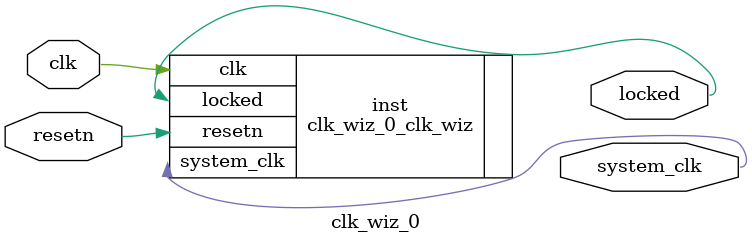
<source format=v>


`timescale 1ps/1ps

(* CORE_GENERATION_INFO = "clk_wiz_0,clk_wiz_v6_0_11_0_0,{component_name=clk_wiz_0,use_phase_alignment=false,use_min_o_jitter=false,use_max_i_jitter=false,use_dyn_phase_shift=false,use_inclk_switchover=false,use_dyn_reconfig=false,enable_axi=0,feedback_source=FDBK_AUTO,PRIMITIVE=MMCM,num_out_clk=1,clkin1_period=10.000,clkin2_period=10.000,use_power_down=false,use_reset=true,use_locked=true,use_inclk_stopped=false,feedback_type=SINGLE,CLOCK_MGR_TYPE=NA,manual_override=false}" *)

module clk_wiz_0 
 (
  // Clock out ports
  output        system_clk,
  // Status and control signals
  input         resetn,
  output        locked,
 // Clock in ports
  input         clk
 );

  clk_wiz_0_clk_wiz inst
  (
  // Clock out ports  
  .system_clk(system_clk),
  // Status and control signals               
  .resetn(resetn), 
  .locked(locked),
 // Clock in ports
  .clk(clk)
  );

endmodule

</source>
